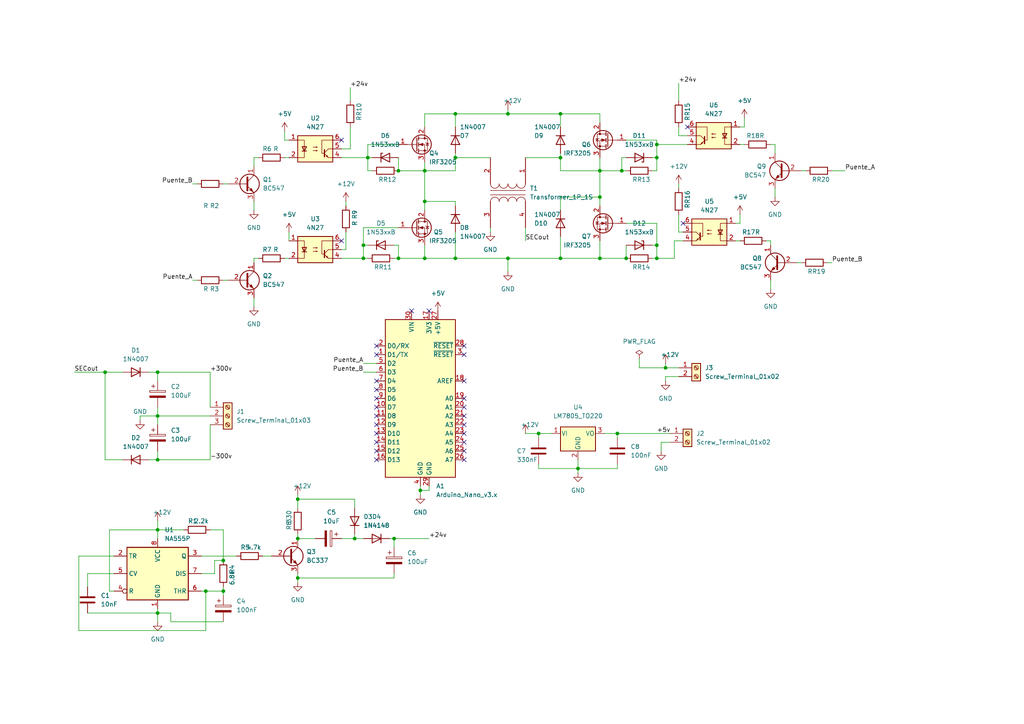
<source format=kicad_sch>
(kicad_sch (version 20211123) (generator eeschema)
  (paper "A4")
  (title_block (title "Puente_H_Fuente_AT") (date "2023-05-30") (rev "1") (company "FaCENA-UNNE") (comment 1 "Dispositivo para reelvamiento de umbrales de sensibilidad tactil.") (comment 2 "Tesis MIB: García Cabrera, Jeremías A."))
  (lib_symbols
    (symbol "Connector:Screw_Terminal_01x02" (pin_names (offset 1.016) hide)
      (property "Reference" "J" (at 0 2.54 0))
      (property "Value" "Screw_Terminal_01x02" (at 0 -5.08 0))
      (symbol "Screw_Terminal_01x02_1_1"
        (pin passive line (at -5.08 0 0) (length 3.81) (name "Pin_1") (number "1"))
        (pin passive line (at -5.08 -2.54 0) (length 3.81) (name "Pin_2") (number "2"))
      )
    )
    (symbol "Connector:Screw_Terminal_01x03" (pin_names (offset 1.016) hide)
      (property "Reference" "J" (at 0 5.08 0))
      (property "Value" "Screw_Terminal_01x03" (at 0 -5.08 0))
      (symbol "Screw_Terminal_01x03_1_1"
        (pin passive line (at -5.08 2.54 0) (length 3.81) (name "Pin_1") (number "1"))
        (pin passive line (at -5.08 0 0) (length 3.81) (name "Pin_2") (number "2"))
        (pin passive line (at -5.08 -2.54 0) (length 3.81) (name "Pin_3") (number "3"))
      )
    )
    (symbol "Device:C" (pin_numbers hide) (pin_names (offset 0.254))
      (property "Reference" "C" (at 0.635 2.54 0))
      (property "Value" "C" (at 0.635 -2.54 0))
      (symbol "C_1_1"
        (pin passive line (at 0 3.81 270) (length 2.794) (name "~") (number "1"))
        (pin passive line (at 0 -3.81 90) (length 2.794) (name "~") (number "2"))
      )
    )
    (symbol "Device:C_Polarized" (pin_numbers hide) (pin_names (offset 0.254))
      (property "Reference" "C" (at 0.635 2.54 0))
      (property "Value" "C_Polarized" (at 0.635 -2.54 0))
      (symbol "C_Polarized_1_1"
        (pin passive line (at 0 3.81 270) (length 2.794) (name "~") (number "1"))
        (pin passive line (at 0 -3.81 90) (length 2.794) (name "~") (number "2"))
      )
    )
    (symbol "Device:R" (pin_numbers hide) (pin_names (offset 0))
      (property "Reference" "R" (at 2.032 0 90))
      (property "Value" "R" (at 0 0 90))
      (symbol "R_1_1"
        (pin passive line (at 0 3.81 270) (length 1.27) (name "~") (number "1"))
        (pin passive line (at 0 -3.81 90) (length 1.27) (name "~") (number "2"))
      )
    )
    (symbol "Device:Transformer_1P_1S" (pin_names (offset 1.016) hide)
      (property "Reference" "T" (at 0 6.35 0))
      (property "Value" "Transformer_1P_1S" (at 0 -7.62 0))
      (symbol "Transformer_1P_1S_1_1"
        (pin passive line (at -10.16 5.08 0) (length 7.62) (name "AA") (number "1"))
        (pin passive line (at -10.16 -5.08 0) (length 7.62) (name "AB") (number "2"))
        (pin passive line (at 10.16 -5.08 180) (length 7.62) (name "SA") (number "3"))
        (pin passive line (at 10.16 5.08 180) (length 7.62) (name "SB") (number "4"))
      )
    )
    (symbol "Diode:1N4007" (pin_numbers hide) (pin_names (offset 1.016) hide)
      (property "Reference" "D" (at 0 2.54 0))
      (property "Value" "1N4007" (at 0 -2.54 0))
      (symbol "1N4007_1_1"
        (pin passive line (at -3.81 0 0) (length 2.54) (name "K") (number "1"))
        (pin passive line (at 3.81 0 180) (length 2.54) (name "A") (number "2"))
      )
    )
    (symbol "Diode:1N4148" (pin_numbers hide) (pin_names (offset 1.016) hide)
      (property "Reference" "D" (at 0 2.54 0))
      (property "Value" "1N4148" (at 0 -2.54 0))
      (symbol "1N4148_1_1"
        (pin passive line (at -3.81 0 0) (length 2.54) (name "K") (number "1"))
        (pin passive line (at 3.81 0 180) (length 2.54) (name "A") (number "2"))
      )
    )
    (symbol "Diode:1N53xxB" (pin_numbers hide) (pin_names hide)
      (property "Reference" "D" (at 0 2.54 0))
      (property "Value" "1N53xxB" (at 0 -2.54 0))
      (symbol "1N53xxB_1_1"
        (pin passive line (at -3.81 0 0) (length 2.54) (name "K") (number "1"))
        (pin passive line (at 3.81 0 180) (length 2.54) (name "A") (number "2"))
      )
    )
    (symbol "Isolator:4N27" (pin_names (offset 1.016))
      (property "Reference" "U" (at -5.08 5.08 0))
      (property "Value" "4N27" (at 0 5.08 0))
      (symbol "4N27_1_1"
        (pin passive line (at -7.62 2.54 0) (length 2.54) (name "~") (number "1"))
        (pin passive line (at -7.62 -2.54 0) (length 2.54) (name "~") (number "2"))
        (pin no_connect line (at -5.08 0 0) (length 2.54) hide (name "NC") (number "3"))
        (pin passive line (at 7.62 -2.54 180) (length 2.54) (name "~") (number "4"))
        (pin passive line (at 7.62 0 180) (length 2.54) (name "~") (number "5"))
        (pin passive line (at 7.62 2.54 180) (length 2.54) (name "~") (number "6"))
      )
    )
    (symbol "MCU_Module:Arduino_Nano_v3.x"
      (property "Reference" "A" (at -10.16 23.495 0))
      (property "Value" "Arduino_Nano_v3.x" (at 5.08 -24.13 0))
      (symbol "Arduino_Nano_v3.x_1_1"
        (pin bidirectional line (at -12.7 12.7 0) (length 2.54) (name "D1/TX") (number "1"))
        (pin bidirectional line (at -12.7 -2.54 0) (length 2.54) (name "D7") (number "10"))
        (pin bidirectional line (at -12.7 -5.08 0) (length 2.54) (name "D8") (number "11"))
        (pin bidirectional line (at -12.7 -7.62 0) (length 2.54) (name "D9") (number "12"))
        (pin bidirectional line (at -12.7 -10.16 0) (length 2.54) (name "D10") (number "13"))
        (pin bidirectional line (at -12.7 -12.7 0) (length 2.54) (name "D11") (number "14"))
        (pin bidirectional line (at -12.7 -15.24 0) (length 2.54) (name "D12") (number "15"))
        (pin bidirectional line (at -12.7 -17.78 0) (length 2.54) (name "D13") (number "16"))
        (pin power_out line (at 2.54 25.4 270) (length 2.54) (name "3V3") (number "17"))
        (pin input line (at 12.7 5.08 180) (length 2.54) (name "AREF") (number "18"))
        (pin bidirectional line (at 12.7 0 180) (length 2.54) (name "A0") (number "19"))
        (pin bidirectional line (at -12.7 15.24 0) (length 2.54) (name "D0/RX") (number "2"))
        (pin bidirectional line (at 12.7 -2.54 180) (length 2.54) (name "A1") (number "20"))
        (pin bidirectional line (at 12.7 -5.08 180) (length 2.54) (name "A2") (number "21"))
        (pin bidirectional line (at 12.7 -7.62 180) (length 2.54) (name "A3") (number "22"))
        (pin bidirectional line (at 12.7 -10.16 180) (length 2.54) (name "A4") (number "23"))
        (pin bidirectional line (at 12.7 -12.7 180) (length 2.54) (name "A5") (number "24"))
        (pin bidirectional line (at 12.7 -15.24 180) (length 2.54) (name "A6") (number "25"))
        (pin bidirectional line (at 12.7 -17.78 180) (length 2.54) (name "A7") (number "26"))
        (pin power_out line (at 5.08 25.4 270) (length 2.54) (name "+5V") (number "27"))
        (pin input line (at 12.7 15.24 180) (length 2.54) (name "~{RESET}") (number "28"))
        (pin power_in line (at 2.54 -25.4 90) (length 2.54) (name "GND") (number "29"))
        (pin input line (at 12.7 12.7 180) (length 2.54) (name "~{RESET}") (number "3"))
        (pin power_in line (at -2.54 25.4 270) (length 2.54) (name "VIN") (number "30"))
        (pin power_in line (at 0 -25.4 90) (length 2.54) (name "GND") (number "4"))
        (pin bidirectional line (at -12.7 10.16 0) (length 2.54) (name "D2") (number "5"))
        (pin bidirectional line (at -12.7 7.62 0) (length 2.54) (name "D3") (number "6"))
        (pin bidirectional line (at -12.7 5.08 0) (length 2.54) (name "D4") (number "7"))
        (pin bidirectional line (at -12.7 2.54 0) (length 2.54) (name "D5") (number "8"))
        (pin bidirectional line (at -12.7 0 0) (length 2.54) (name "D6") (number "9"))
      )
    )
    (symbol "Regulator_Linear:LM7805_TO220" (pin_names (offset 0.254))
      (property "Reference" "U" (at -3.81 3.175 0))
      (property "Value" "LM7805_TO220" (at 0 3.175 0))
      (symbol "LM7805_TO220_1_1"
        (pin power_in line (at -7.62 0 0) (length 2.54) (name "VI") (number "1"))
        (pin power_in line (at 0 -7.62 90) (length 2.54) (name "GND") (number "2"))
        (pin power_out line (at 7.62 0 180) (length 2.54) (name "VO") (number "3"))
      )
    )
    (symbol "Timer:NA555P"
      (property "Reference" "U" (at -10.16 8.89 0))
      (property "Value" "NA555P" (at 2.54 8.89 0))
      (symbol "NA555P_0_0"
        (pin power_in line (at 0 -10.16 90) (length 2.54) (name "GND") (number "1"))
        (pin power_in line (at 0 10.16 270) (length 2.54) (name "VCC") (number "8"))
      )
      (symbol "NA555P_1_1"
        (pin input line (at -12.7 5.08 0) (length 3.81) (name "TR") (number "2"))
        (pin output line (at 12.7 5.08 180) (length 3.81) (name "Q") (number "3"))
        (pin input inverted (at -12.7 -5.08 0) (length 3.81) (name "R") (number "4"))
        (pin input line (at -12.7 0 0) (length 3.81) (name "CV") (number "5"))
        (pin input line (at 12.7 -5.08 180) (length 3.81) (name "THR") (number "6"))
        (pin input line (at 12.7 0 180) (length 3.81) (name "DIS") (number "7"))
      )
    )
    (symbol "Transistor_BJT:BC337" (pin_names (offset 0) hide)
      (property "Reference" "Q" (at 5.08 1.905 0))
      (property "Value" "BC337" (at 5.08 0 0))
      (symbol "BC337_1_1"
        (pin passive line (at 2.54 5.08 270) (length 2.54) (name "C") (number "1"))
        (pin input line (at -5.08 0 0) (length 5.08) (name "B") (number "2"))
        (pin passive line (at 2.54 -5.08 90) (length 2.54) (name "E") (number "3"))
      )
    )
    (symbol "Transistor_BJT:BC547" (pin_names (offset 0) hide)
      (property "Reference" "Q" (at 5.08 1.905 0))
      (property "Value" "BC547" (at 5.08 0 0))
      (symbol "BC547_1_1"
        (pin passive line (at 2.54 5.08 270) (length 2.54) (name "C") (number "1"))
        (pin input line (at -5.08 0 0) (length 5.08) (name "B") (number "2"))
        (pin passive line (at 2.54 -5.08 90) (length 2.54) (name "E") (number "3"))
      )
    )
    (symbol "Transistor_FET:IRF3205" (pin_names hide)
      (property "Reference" "Q" (at 6.35 1.905 0))
      (property "Value" "IRF3205" (at 6.35 0 0))
      (symbol "IRF3205_1_1"
        (pin input line (at -5.08 0 0) (length 2.54) (name "G") (number "1"))
        (pin passive line (at 2.54 5.08 270) (length 2.54) (name "D") (number "2"))
        (pin passive line (at 2.54 -5.08 90) (length 2.54) (name "S") (number "3"))
      )
    )
    (symbol "power:+12V" (power) (pin_names (offset 0))
      (property "Value" "+12V" (at 0 3.556 0))
      (symbol "+12V_1_1"
        (pin power_in line (at 0 0 90) (length 0) hide (name "+12V") (number "1"))
      )
    )
    (symbol "power:+5V" (power) (pin_names (offset 0))
      (property "Value" "+5V" (at 0 3.556 0))
      (symbol "+5V_1_1"
        (pin power_in line (at 0 0 90) (length 0) hide (name "+5V") (number "1"))
      )
    )
    (symbol "power:GND" (power) (pin_names (offset 0))
      (property "Value" "GND" (at 0 -3.81 0))
      (symbol "GND_1_1"
        (pin power_in line (at 0 0 270) (length 0) hide (name "GND") (number "1"))
      )
    )
    (symbol "power:PWR_FLAG" (power) (pin_numbers hide) (pin_names (offset 0) hide)
      (property "Value" "PWR_FLAG" (at 0 3.81 0))
      (symbol "PWR_FLAG_0_0"
        (pin power_out line (at 0 0 90) (length 0) (name "pwr") (number "1"))
      )
    )
  )
  (junction (at 115.57 74.93))
  (junction (at 105.41 74.93))
  (junction (at 190.5 74.93))
  (junction (at 45.72 177.8))
  (junction (at 45.72 107.95))
  (junction (at 45.72 153.67))
  (junction (at 123.19 49.53))
  (junction (at 102.87 156.21))
  (junction (at 190.5 45.72))
  (junction (at 132.08 74.93))
  (junction (at 162.56 45.72))
  (junction (at 173.99 49.53))
  (junction (at 59.69 171.45))
  (junction (at 123.19 74.93))
  (junction (at 179.07 125.73))
  (junction (at 162.56 33.02))
  (junction (at 86.36 167.64))
  (junction (at 106.68 45.72))
  (junction (at 132.08 45.72))
  (junction (at 64.77 162.56))
  (junction (at 105.41 71.12))
  (junction (at 115.57 49.53))
  (junction (at 45.72 120.65))
  (junction (at 86.36 144.78))
  (junction (at 45.72 133.35))
  (junction (at 190.5 71.12))
  (junction (at 173.99 57.15))
  (junction (at 156.21 125.73))
  (junction (at 123.19 58.42))
  (junction (at 173.99 74.93))
  (junction (at 132.08 33.02))
  (junction (at 147.32 74.93))
  (junction (at 193.04 106.68))
  (junction (at 147.32 33.02))
  (junction (at 114.3 156.21))
  (junction (at 30.48 107.95))
  (junction (at 162.56 74.93))
  (junction (at 180.34 49.53))
  (junction (at 121.92 142.24))
  (junction (at 167.64 135.89))
  (junction (at 190.5 41.91))
  (junction (at 86.36 156.21))
  (junction (at 64.77 171.45))
  (junction (at 181.61 74.93))
  (no_connect (at 199.39 36.83))
  (no_connect (at 198.12 64.77))
  (no_connect (at 99.06 69.85))
  (no_connect (at 99.06 40.64))
  (no_connect (at 134.62 125.73))
  (no_connect (at 134.62 120.65))
  (no_connect (at 134.62 123.19))
  (no_connect (at 134.62 118.11))
  (no_connect (at 134.62 102.87))
  (no_connect (at 119.38 90.17))
  (no_connect (at 124.46 90.17))
  (no_connect (at 134.62 100.33))
  (no_connect (at 134.62 115.57))
  (no_connect (at 134.62 110.49))
  (no_connect (at 134.62 130.81))
  (no_connect (at 134.62 133.35))
  (no_connect (at 134.62 128.27))
  (no_connect (at 109.22 125.73))
  (no_connect (at 109.22 120.65))
  (no_connect (at 109.22 130.81))
  (no_connect (at 109.22 102.87))
  (no_connect (at 109.22 115.57))
  (no_connect (at 109.22 113.03))
  (no_connect (at 109.22 100.33))
  (no_connect (at 109.22 110.49))
  (no_connect (at 109.22 133.35))
  (no_connect (at 109.22 118.11))
  (no_connect (at 109.22 128.27))
  (no_connect (at 109.22 123.19))
  (wire (pts (xy 147.32 74.93) (xy 162.56 74.93)))
  (wire (pts (xy 86.36 143.51) (xy 86.36 144.78)))
  (wire (pts (xy 195.58 74.93) (xy 190.5 74.93)))
  (wire (pts (xy 45.72 130.81) (xy 45.72 133.35)))
  (wire (pts (xy 185.42 104.14) (xy 185.42 106.68)))
  (wire (pts (xy 105.41 74.93) (xy 105.41 71.12)))
  (wire (pts (xy 101.6 43.18) (xy 101.6 36.83)))
  (wire (pts (xy 232.41 49.53) (xy 233.68 49.53)))
  (wire (pts (xy 121.92 140.97) (xy 121.92 142.24)))
  (wire (pts (xy 45.72 177.8) (xy 45.72 176.53)))
  (wire (pts (xy 115.57 74.93) (xy 123.19 74.93)))
  (wire (pts (xy 22.86 161.29) (xy 22.86 182.88)))
  (wire (pts (xy 53.34 153.67) (xy 45.72 153.67)))
  (wire (pts (xy 193.04 106.68) (xy 196.85 106.68)))
  (wire (pts (xy 123.19 49.53) (xy 123.19 46.99)))
  (wire (pts (xy 193.04 105.41) (xy 193.04 106.68)))
  (wire (pts (xy 123.19 33.02) (xy 132.08 33.02)))
  (wire (pts (xy 195.58 69.85) (xy 195.58 74.93)))
  (wire (pts (xy 173.99 49.53) (xy 180.34 49.53)))
  (wire (pts (xy 231.14 76.2) (xy 232.41 76.2)))
  (wire (pts (xy 73.66 76.2) (xy 73.66 74.93)))
  (wire (pts (xy 106.68 45.72) (xy 106.68 49.53)))
  (wire (pts (xy 62.23 162.56) (xy 64.77 162.56)))
  (wire (pts (xy 132.08 33.02) (xy 132.08 36.83)))
  (wire (pts (xy 43.18 107.95) (xy 45.72 107.95)))
  (wire (pts (xy 82.55 40.64) (xy 83.82 40.64)))
  (wire (pts (xy 214.63 64.77) (xy 213.36 64.77)))
  (wire (pts (xy 31.75 153.67) (xy 31.75 171.45)))
  (wire (pts (xy 193.04 110.49) (xy 193.04 109.22)))
  (wire (pts (xy 58.42 161.29) (xy 68.58 161.29)))
  (wire (pts (xy 123.19 60.96) (xy 123.19 58.42)))
  (wire (pts (xy 190.5 41.91) (xy 190.5 45.72)))
  (wire (pts (xy 123.19 49.53) (xy 123.19 58.42)))
  (wire (pts (xy 64.77 81.28) (xy 66.04 81.28)))
  (wire (pts (xy 31.75 153.67) (xy 45.72 153.67)))
  (wire (pts (xy 214.63 62.23) (xy 214.63 64.77)))
  (wire (pts (xy 40.64 120.65) (xy 45.72 120.65)))
  (wire (pts (xy 132.08 49.53) (xy 123.19 49.53)))
  (wire (pts (xy 162.56 36.83) (xy 162.56 33.02)))
  (wire (pts (xy 180.34 45.72) (xy 181.61 45.72)))
  (wire (pts (xy 167.64 133.35) (xy 167.64 135.89)))
  (wire (pts (xy 156.21 125.73) (xy 160.02 125.73)))
  (wire (pts (xy 99.06 72.39) (xy 100.33 72.39)))
  (wire (pts (xy 173.99 74.93) (xy 181.61 74.93)))
  (wire (pts (xy 102.87 156.21) (xy 99.06 156.21)))
  (wire (pts (xy 162.56 49.53) (xy 173.99 49.53)))
  (wire (pts (xy 193.04 109.22) (xy 196.85 109.22)))
  (wire (pts (xy 124.46 142.24) (xy 121.92 142.24)))
  (wire (pts (xy 132.08 58.42) (xy 132.08 59.69)))
  (wire (pts (xy 179.07 134.62) (xy 179.07 135.89)))
  (wire (pts (xy 107.95 45.72) (xy 106.68 45.72)))
  (wire (pts (xy 76.2 161.29) (xy 78.74 161.29)))
  (wire (pts (xy 102.87 147.32) (xy 102.87 144.78)))
  (wire (pts (xy 190.5 45.72) (xy 190.5 49.53)))
  (wire (pts (xy 199.39 41.91) (xy 190.5 41.91)))
  (wire (pts (xy 105.41 66.04) (xy 105.41 71.12)))
  (wire (pts (xy 132.08 45.72) (xy 132.08 49.53)))
  (wire (pts (xy 83.82 67.31) (xy 83.82 69.85)))
  (wire (pts (xy 162.56 44.45) (xy 162.56 45.72)))
  (wire (pts (xy 190.5 40.64) (xy 190.5 41.91)))
  (wire (pts (xy 45.72 133.35) (xy 43.18 133.35)))
  (wire (pts (xy 224.79 54.61) (xy 224.79 57.15)))
  (wire (pts (xy 142.24 66.04) (xy 142.24 67.31)))
  (wire (pts (xy 102.87 154.94) (xy 102.87 156.21)))
  (wire (pts (xy 162.56 45.72) (xy 162.56 49.53)))
  (wire (pts (xy 181.61 71.12) (xy 181.61 74.93)))
  (wire (pts (xy 214.63 41.91) (xy 215.9 41.91)))
  (wire (pts (xy 33.02 161.29) (xy 22.86 161.29)))
  (wire (pts (xy 156.21 135.89) (xy 167.64 135.89)))
  (wire (pts (xy 190.5 49.53) (xy 189.23 49.53)))
  (wire (pts (xy 45.72 107.95) (xy 45.72 110.49)))
  (wire (pts (xy 106.68 41.91) (xy 106.68 45.72)))
  (wire (pts (xy 115.57 71.12) (xy 115.57 74.93)))
  (wire (pts (xy 196.85 36.83) (xy 196.85 39.37)))
  (wire (pts (xy 224.79 41.91) (xy 224.79 44.45)))
  (wire (pts (xy 101.6 25.4) (xy 101.6 29.21)))
  (wire (pts (xy 30.48 133.35) (xy 30.48 107.95)))
  (wire (pts (xy 215.9 34.29) (xy 215.9 36.83)))
  (wire (pts (xy 132.08 67.31) (xy 132.08 74.93)))
  (wire (pts (xy 189.23 45.72) (xy 190.5 45.72)))
  (wire (pts (xy 190.5 71.12) (xy 190.5 74.93)))
  (wire (pts (xy 162.56 33.02) (xy 173.99 33.02)))
  (wire (pts (xy 180.34 49.53) (xy 181.61 49.53)))
  (wire (pts (xy 59.69 182.88) (xy 59.69 171.45)))
  (wire (pts (xy 31.75 171.45) (xy 33.02 171.45)))
  (wire (pts (xy 64.77 170.18) (xy 64.77 171.45)))
  (wire (pts (xy 181.61 64.77) (xy 190.5 64.77)))
  (wire (pts (xy 162.56 68.58) (xy 162.56 74.93)))
  (wire (pts (xy 173.99 69.85) (xy 173.99 74.93)))
  (wire (pts (xy 82.55 45.72) (xy 83.82 45.72)))
  (wire (pts (xy 132.08 74.93) (xy 147.32 74.93)))
  (wire (pts (xy 106.68 74.93) (xy 105.41 74.93)))
  (wire (pts (xy 82.55 74.93) (xy 83.82 74.93)))
  (wire (pts (xy 115.57 49.53) (xy 123.19 49.53)))
  (wire (pts (xy 173.99 49.53) (xy 173.99 57.15)))
  (wire (pts (xy 59.69 171.45) (xy 64.77 171.45)))
  (wire (pts (xy 105.41 71.12) (xy 106.68 71.12)))
  (wire (pts (xy 196.85 53.34) (xy 196.85 54.61)))
  (wire (pts (xy 114.3 156.21) (xy 124.46 156.21)))
  (wire (pts (xy 86.36 166.37) (xy 86.36 167.64)))
  (wire (pts (xy 215.9 36.83) (xy 214.63 36.83)))
  (wire (pts (xy 102.87 156.21) (xy 105.41 156.21)))
  (wire (pts (xy 114.3 166.37) (xy 114.3 167.64)))
  (wire (pts (xy 45.72 133.35) (xy 60.96 133.35)))
  (wire (pts (xy 121.92 142.24) (xy 121.92 143.51)))
  (wire (pts (xy 40.64 121.92) (xy 40.64 120.65)))
  (wire (pts (xy 64.77 53.34) (xy 66.04 53.34)))
  (wire (pts (xy 21.59 107.95) (xy 30.48 107.95)))
  (wire (pts (xy 100.33 58.42) (xy 100.33 59.69)))
  (wire (pts (xy 73.66 58.42) (xy 73.66 60.96)))
  (wire (pts (xy 113.03 156.21) (xy 114.3 156.21)))
  (wire (pts (xy 147.32 33.02) (xy 162.56 33.02)))
  (wire (pts (xy 189.23 74.93) (xy 190.5 74.93)))
  (wire (pts (xy 156.21 134.62) (xy 156.21 135.89)))
  (wire (pts (xy 86.36 167.64) (xy 86.36 168.91)))
  (wire (pts (xy 152.4 45.72) (xy 162.56 45.72)))
  (wire (pts (xy 124.46 140.97) (xy 124.46 142.24)))
  (wire (pts (xy 73.66 74.93) (xy 74.93 74.93)))
  (wire (pts (xy 152.4 69.85) (xy 152.4 66.04)))
  (wire (pts (xy 191.77 130.81) (xy 191.77 128.27)))
  (wire (pts (xy 45.72 151.13) (xy 45.72 153.67)))
  (wire (pts (xy 99.06 74.93) (xy 105.41 74.93)))
  (wire (pts (xy 132.08 33.02) (xy 147.32 33.02)))
  (wire (pts (xy 181.61 40.64) (xy 190.5 40.64)))
  (wire (pts (xy 106.68 49.53) (xy 107.95 49.53)))
  (wire (pts (xy 245.11 49.53) (xy 241.3 49.53)))
  (wire (pts (xy 132.08 45.72) (xy 142.24 45.72)))
  (wire (pts (xy 60.96 123.19) (xy 60.96 133.35)))
  (wire (pts (xy 179.07 125.73) (xy 194.31 125.73)))
  (wire (pts (xy 45.72 153.67) (xy 45.72 156.21)))
  (wire (pts (xy 222.25 69.85) (xy 223.52 69.85)))
  (wire (pts (xy 156.21 125.73) (xy 156.21 127)))
  (wire (pts (xy 22.86 182.88) (xy 59.69 182.88)))
  (wire (pts (xy 45.72 120.65) (xy 45.72 123.19)))
  (wire (pts (xy 196.85 24.13) (xy 196.85 29.21)))
  (wire (pts (xy 45.72 118.11) (xy 45.72 120.65)))
  (wire (pts (xy 86.36 156.21) (xy 91.44 156.21)))
  (wire (pts (xy 73.66 45.72) (xy 74.93 45.72)))
  (wire (pts (xy 45.72 180.34) (xy 45.72 177.8)))
  (wire (pts (xy 185.42 106.68) (xy 193.04 106.68)))
  (wire (pts (xy 198.12 69.85) (xy 195.58 69.85)))
  (wire (pts (xy 179.07 125.73) (xy 175.26 125.73)))
  (wire (pts (xy 115.57 41.91) (xy 106.68 41.91)))
  (wire (pts (xy 64.77 153.67) (xy 60.96 153.67)))
  (wire (pts (xy 99.06 45.72) (xy 106.68 45.72)))
  (wire (pts (xy 173.99 33.02) (xy 173.99 35.56)))
  (wire (pts (xy 62.23 166.37) (xy 62.23 162.56)))
  (wire (pts (xy 73.66 86.36) (xy 73.66 88.9)))
  (wire (pts (xy 25.4 166.37) (xy 33.02 166.37)))
  (wire (pts (xy 73.66 48.26) (xy 73.66 45.72)))
  (wire (pts (xy 179.07 125.73) (xy 179.07 127)))
  (wire (pts (xy 196.85 39.37) (xy 199.39 39.37)))
  (wire (pts (xy 49.53 180.34) (xy 49.53 177.8)))
  (wire (pts (xy 115.57 66.04) (xy 105.41 66.04)))
  (wire (pts (xy 102.87 144.78) (xy 86.36 144.78)))
  (wire (pts (xy 105.41 107.95) (xy 109.22 107.95)))
  (wire (pts (xy 147.32 78.74) (xy 147.32 74.93)))
  (wire (pts (xy 25.4 177.8) (xy 45.72 177.8)))
  (wire (pts (xy 55.88 53.34) (xy 57.15 53.34)))
  (wire (pts (xy 167.64 135.89) (xy 167.64 137.16)))
  (wire (pts (xy 147.32 31.75) (xy 147.32 33.02)))
  (wire (pts (xy 123.19 36.83) (xy 123.19 33.02)))
  (wire (pts (xy 105.41 105.41) (xy 109.22 105.41)))
  (wire (pts (xy 86.36 154.94) (xy 86.36 156.21)))
  (wire (pts (xy 58.42 171.45) (xy 59.69 171.45)))
  (wire (pts (xy 191.77 128.27) (xy 194.31 128.27)))
  (wire (pts (xy 180.34 45.72) (xy 180.34 49.53)))
  (wire (pts (xy 115.57 45.72) (xy 115.57 49.53)))
  (wire (pts (xy 100.33 72.39) (xy 100.33 67.31)))
  (wire (pts (xy 58.42 166.37) (xy 62.23 166.37)))
  (wire (pts (xy 123.19 71.12) (xy 123.19 74.93)))
  (wire (pts (xy 213.36 69.85) (xy 214.63 69.85)))
  (wire (pts (xy 196.85 62.23) (xy 196.85 67.31)))
  (wire (pts (xy 190.5 64.77) (xy 190.5 71.12)))
  (wire (pts (xy 60.96 107.95) (xy 45.72 107.95)))
  (wire (pts (xy 198.12 67.31) (xy 196.85 67.31)))
  (wire (pts (xy 60.96 118.11) (xy 60.96 107.95)))
  (wire (pts (xy 162.56 57.15) (xy 173.99 57.15)))
  (wire (pts (xy 114.3 71.12) (xy 115.57 71.12)))
  (wire (pts (xy 86.36 144.78) (xy 86.36 147.32)))
  (wire (pts (xy 223.52 69.85) (xy 223.52 71.12)))
  (wire (pts (xy 173.99 57.15) (xy 173.99 59.69)))
  (wire (pts (xy 189.23 71.12) (xy 190.5 71.12)))
  (wire (pts (xy 152.4 125.73) (xy 156.21 125.73)))
  (wire (pts (xy 49.53 177.8) (xy 45.72 177.8)))
  (wire (pts (xy 64.77 162.56) (xy 64.77 153.67)))
  (wire (pts (xy 123.19 58.42) (xy 132.08 58.42)))
  (wire (pts (xy 114.3 156.21) (xy 114.3 158.75)))
  (wire (pts (xy 64.77 172.72) (xy 64.77 171.45)))
  (wire (pts (xy 86.36 167.64) (xy 114.3 167.64)))
  (wire (pts (xy 240.03 76.2) (xy 241.3 76.2)))
  (wire (pts (xy 82.55 38.1) (xy 82.55 40.64)))
  (wire (pts (xy 35.56 133.35) (xy 30.48 133.35)))
  (wire (pts (xy 132.08 44.45) (xy 132.08 45.72)))
  (wire (pts (xy 55.88 81.28) (xy 57.15 81.28)))
  (wire (pts (xy 30.48 107.95) (xy 35.56 107.95)))
  (wire (pts (xy 173.99 45.72) (xy 173.99 49.53)))
  (wire (pts (xy 114.3 74.93) (xy 115.57 74.93)))
  (wire (pts (xy 223.52 41.91) (xy 224.79 41.91)))
  (wire (pts (xy 123.19 74.93) (xy 132.08 74.93)))
  (wire (pts (xy 64.77 180.34) (xy 49.53 180.34)))
  (wire (pts (xy 162.56 60.96) (xy 162.56 57.15)))
  (wire (pts (xy 25.4 170.18) (xy 25.4 166.37)))
  (wire (pts (xy 223.52 81.28) (xy 223.52 83.82)))
  (wire (pts (xy 167.64 135.89) (xy 179.07 135.89)))
  (wire (pts (xy 99.06 43.18) (xy 101.6 43.18)))
  (wire (pts (xy 162.56 74.93) (xy 173.99 74.93)))
  (wire (pts (xy 45.72 120.65) (xy 60.96 120.65)))
  (label "-300v" (at 60.96 133.35 0))
  (label "SECout" (at 152.4 69.85 0))
  (label "+5v" (at 190.5 125.73 0))
  (label "Puente_A" (at 105.41 105.41 180))
  (label "Puente_B" (at 55.88 53.34 180))
  (label "+300v" (at 60.96 107.95 0))
  (label "Puente_A" (at 245.11 49.53 0))
  (label "Puente_B" (at 241.3 76.2 0))
  (label "+24v" (at 101.6 25.4 0))
  (label "Puente_B" (at 105.41 107.95 180))
  (label "+24v" (at 124.46 156.21 0))
  (label "SECout" (at 21.59 107.95 0))
  (label "+24v" (at 196.85 24.13 0))
  (label "Puente_A" (at 55.88 81.28 180))
  (symbol (lib_id "power:GND") (at 86.36 168.91 0) (unit 1)
    (property "Reference" "#PWR07" (effects hide))
    (property "Value" "GND" (at 86.36 173.99 0))
  )
  (symbol (lib_id "power:+12V") (at 152.4 125.73 0) (unit 1)
    (property "Reference" "#PWR013" (effects hide))
    (property "Value" "+12V" (at 153.67 123.19 0))
  )
  (symbol (lib_id "power:+12V") (at 147.32 31.75 0) (unit 1)
    (property "Reference" "#PWR011" (effects hide))
    (property "Value" "+12V" (at 148.59 29.21 0))
  )
  (symbol (lib_id "Diode:1N53xxB") (at 185.42 71.12 0) (mirror y) (unit 1)
    (property "Reference" "D12" (at 185.42 64.77 0))
    (property "Value" "1N53xxB" (at 185.42 67.31 0))
    (property "Footprint" "Diode_THT:D_DO-35_SOD27_P7.62mm_Horizontal" (effects hide))
    (property "Datasheet" "https://diotec.com/tl_files/diotec/files/pdf/datasheets/1n5345b.pdf" (effects hide))
  )
  (symbol (lib_id "power:GND") (at 147.32 78.74 0) (unit 1)
    (property "Reference" "#PWR012" (effects hide))
    (property "Value" "GND" (at 147.32 83.82 0))
  )
  (symbol (lib_id "power:GND") (at 193.04 110.49 0) (unit 1)
    (property "Reference" "#PWR017" (effects hide))
    (property "Value" "GND" (at 193.04 115.57 0))
  )
  (symbol (lib_id "Diode:1N4007") (at 39.37 107.95 180) (unit 1)
    (property "Reference" "D1" (at 39.37 101.6 0))
    (property "Value" "1N4007" (at 39.37 104.14 0))
    (property "Footprint" "Diode_THT:D_DO-41_SOD81_P10.16mm_Horizontal" (effects hide))
    (property "Datasheet" "http://www.vishay.com/docs/88503/1n4001.pdf" (effects hide))
  )
  (symbol (lib_id "Connector:Screw_Terminal_01x02") (at 201.93 106.68 0) (unit 1)
    (property "Reference" "J3" (at 204.47 106.6799 0) (effects (justify left)))
    (property "Value" "Screw_Terminal_01x02" (at 204.47 109.2199 0) (effects (justify left)))
    (property "Footprint" "TerminalBlock_4Ucon:TerminalBlock_4Ucon_1x02_P3.50mm_Vertical" (effects hide))
  )
  (symbol (lib_id "Device:R") (at 110.49 74.93 90) (unit 1)
    (property "Reference" "R11" (at 111.76 77.47 90))
    (property "Value" "R" (at 109.22 77.47 90))
    (property "Footprint" "Resistor_THT:R_Axial_DIN0207_L6.3mm_D2.5mm_P7.62mm_Horizontal" (effects hide))
  )
  (symbol (lib_id "Transistor_BJT:BC547") (at 71.12 81.28 0) (unit 1)
    (property "Reference" "Q2" (at 76.2 80.0099 0) (effects (justify left)))
    (property "Value" "BC547" (at 76.2 82.5499 0) (effects (justify left)))
    (property "Footprint" "Package_TO_SOT_THT:TO-92_Inline" (effects hide))
    (property "Datasheet" "https://www.onsemi.com/pub/Collateral/BC550-D.pdf" (effects hide))
  )
  (symbol (lib_id "Device:C") (at 156.21 130.81 0) (unit 1)
    (property "Reference" "C7" (at 149.86 130.81 0) (effects (justify left)))
    (property "Value" "330nF" (at 149.86 133.35 0) (effects (justify left)))
    (property "Footprint" "Capacitor_THT:C_Disc_D5.0mm_W2.5mm_P2.50mm" (effects hide))
  )
  (symbol (lib_id "Diode:1N4007") (at 162.56 40.64 270) (unit 1)
    (property "Reference" "D9" (at 154.94 39.37 90) (effects (justify left)))
    (property "Value" "1N4007" (at 154.94 36.83 90) (effects (justify left)))
    (property "Footprint" "Diode_THT:D_DO-41_SOD81_P10.16mm_Horizontal" (effects hide))
    (property "Datasheet" "http://www.vishay.com/docs/88503/1n4001.pdf" (effects hide))
  )
  (symbol (lib_id "Device:R") (at 60.96 81.28 90) (unit 1)
    (property "Reference" "R3" (at 62.23 83.82 90))
    (property "Value" "R" (at 59.69 83.82 90))
    (property "Footprint" "Resistor_THT:R_Axial_DIN0207_L6.3mm_D2.5mm_P7.62mm_Horizontal" (effects hide))
  )
  (symbol (lib_id "power:+5V") (at 214.63 62.23 0) (unit 1)
    (property "Reference" "#PWR0103" (effects hide))
    (property "Value" "+5V" (at 214.63 57.15 0))
  )
  (symbol (lib_id "Device:C_Polarized") (at 114.3 162.56 0) (unit 1)
    (property "Reference" "C6" (at 118.11 160.4009 0) (effects (justify left)))
    (property "Value" "100uF" (at 118.11 162.9409 0) (effects (justify left)))
    (property "Footprint" "Capacitor_THT:CP_Radial_D6.3mm_P2.50mm" (effects hide))
  )
  (symbol (lib_id "Device:R") (at 64.77 166.37 180) (unit 1)
    (property "Reference" "R4" (at 67.31 165.1 90))
    (property "Value" "6.8k" (at 67.31 167.64 90))
    (property "Footprint" "Resistor_THT:R_Axial_DIN0207_L6.3mm_D2.5mm_P7.62mm_Horizontal" (effects hide))
  )
  (symbol (lib_id "Connector:Screw_Terminal_01x03") (at 66.04 120.65 0) (unit 1)
    (property "Reference" "J1" (at 68.58 119.3799 0) (effects (justify left)))
    (property "Value" "Screw_Terminal_01x03" (at 68.58 121.9199 0) (effects (justify left)))
    (property "Footprint" "TerminalBlock_4Ucon:TerminalBlock_4Ucon_1x03_P3.50mm_Horizontal" (effects hide))
  )
  (symbol (lib_id "Device:R") (at 111.76 49.53 90) (unit 1)
    (property "Reference" "R12" (at 113.03 52.07 90))
    (property "Value" "R" (at 110.49 52.07 90))
    (property "Footprint" "Resistor_THT:R_Axial_DIN0207_L6.3mm_D2.5mm_P7.62mm_Horizontal" (effects hide))
  )
  (symbol (lib_id "power:+12V") (at 196.85 53.34 0) (unit 1)
    (property "Reference" "#PWR018" (effects hide))
    (property "Value" "+12V" (at 196.85 48.26 0))
  )
  (symbol (lib_id "Device:C_Polarized") (at 64.77 176.53 0) (unit 1)
    (property "Reference" "C4" (at 68.58 174.3709 0) (effects (justify left)))
    (property "Value" "100nF" (at 68.58 176.9109 0) (effects (justify left)))
    (property "Footprint" "Capacitor_THT:C_Disc_D5.0mm_W2.5mm_P2.50mm" (effects hide))
  )
  (symbol (lib_id "power:+5V") (at 215.9 34.29 0) (unit 1)
    (property "Reference" "#PWR0104" (effects hide))
    (property "Value" "+5V" (at 215.9 29.21 0))
  )
  (symbol (lib_id "power:+12V") (at 45.72 151.13 0) (unit 1)
    (property "Reference" "#PWR02" (effects hide))
    (property "Value" "+12V" (at 46.99 148.59 0))
  )
  (symbol (lib_id "power:GND") (at 73.66 88.9 0) (unit 1)
    (property "Reference" "#PWR05" (effects hide))
    (property "Value" "GND" (at 73.66 93.98 0))
  )
  (symbol (lib_id "Device:R") (at 218.44 69.85 270) (unit 1)
    (property "Reference" "R17" (at 217.17 67.31 90))
    (property "Value" "R" (at 219.71 67.31 90))
    (property "Footprint" "Resistor_THT:R_Axial_DIN0207_L6.3mm_D2.5mm_P7.62mm_Horizontal" (effects hide))
  )
  (symbol (lib_id "Device:R") (at 72.39 161.29 270) (unit 1)
    (property "Reference" "R5" (at 71.12 158.75 90))
    (property "Value" "4.7k" (at 73.66 158.75 90))
    (property "Footprint" "Resistor_THT:R_Axial_DIN0207_L6.3mm_D2.5mm_P7.62mm_Horizontal" (effects hide))
  )
  (symbol (lib_id "Device:R") (at 86.36 151.13 0) (unit 1)
    (property "Reference" "R8" (at 83.82 152.4 90))
    (property "Value" "330" (at 83.82 149.86 90))
    (property "Footprint" "Resistor_THT:R_Axial_DIN0207_L6.3mm_D2.5mm_P7.62mm_Horizontal" (effects hide))
  )
  (symbol (lib_id "Transistor_BJT:BC547") (at 227.33 49.53 0) (mirror y) (unit 1)
    (property "Reference" "Q9" (at 222.25 48.2599 0) (effects (justify left)))
    (property "Value" "BC547" (at 222.25 50.7999 0) (effects (justify left)))
    (property "Footprint" "Package_TO_SOT_THT:TO-92_Inline" (effects hide))
    (property "Datasheet" "https://www.onsemi.com/pub/Collateral/BC550-D.pdf" (effects hide))
  )
  (symbol (lib_id "Connector:Screw_Terminal_01x02") (at 199.39 125.73 0) (unit 1)
    (property "Reference" "J2" (at 201.93 125.7299 0) (effects (justify left)))
    (property "Value" "Screw_Terminal_01x02" (at 201.93 128.2699 0) (effects (justify left)))
    (property "Footprint" "TerminalBlock_4Ucon:TerminalBlock_4Ucon_1x02_P3.50mm_Vertical" (effects hide))
  )
  (symbol (lib_id "Regulator_Linear:LM7805_TO220") (at 167.64 125.73 0) (unit 1)
    (property "Reference" "U4" (at 167.64 118.11 0))
    (property "Value" "LM7805_TO220" (at 167.64 120.65 0))
    (property "Footprint" "Package_TO_SOT_THT:TO-220-3_Vertical" (effects hide))
    (property "Datasheet" "https://www.onsemi.cn/PowerSolutions/document/MC7800-D.PDF" (effects hide))
  )
  (symbol (lib_id "Diode:1N4007") (at 39.37 133.35 0) (unit 1)
    (property "Reference" "D2" (at 39.37 127 0))
    (property "Value" "1N4007" (at 39.37 129.54 0))
    (property "Footprint" "Diode_THT:D_DO-41_SOD81_P10.16mm_Horizontal" (effects hide))
    (property "Datasheet" "http://www.vishay.com/docs/88503/1n4001.pdf" (effects hide))
  )
  (symbol (lib_id "power:GND") (at 167.64 137.16 0) (unit 1)
    (property "Reference" "#PWR0101" (effects hide))
    (property "Value" "GND" (at 167.64 142.24 0))
  )
  (symbol (lib_id "power:GND") (at 73.66 60.96 0) (unit 1)
    (property "Reference" "#PWR04" (effects hide))
    (property "Value" "GND" (at 73.66 66.04 0))
  )
  (symbol (lib_id "power:GND") (at 191.77 130.81 0) (unit 1)
    (property "Reference" "#PWR015" (effects hide))
    (property "Value" "GND" (at 191.77 135.89 0))
  )
  (symbol (lib_id "Device:R") (at 219.71 41.91 270) (unit 1)
    (property "Reference" "R18" (at 218.44 39.37 90))
    (property "Value" "R" (at 220.98 39.37 90))
    (property "Footprint" "Resistor_THT:R_Axial_DIN0207_L6.3mm_D2.5mm_P7.62mm_Horizontal" (effects hide))
  )
  (symbol (lib_id "Diode:1N53xxB") (at 111.76 45.72 0) (unit 1)
    (property "Reference" "D6" (at 111.76 39.37 0))
    (property "Value" "1N53xxB" (at 111.76 41.91 0))
    (property "Footprint" "Diode_THT:D_DO-35_SOD27_P7.62mm_Horizontal" (effects hide))
    (property "Datasheet" "https://diotec.com/tl_files/diotec/files/pdf/datasheets/1n5345b.pdf" (effects hide))
  )
  (symbol (lib_id "power:GND") (at 121.92 143.51 0) (unit 1)
    (property "Reference" "#PWR09" (effects hide))
    (property "Value" "GND" (at 121.92 148.59 0))
  )
  (symbol (lib_id "Device:R") (at 100.33 63.5 180) (unit 1)
    (property "Reference" "R9" (at 102.87 62.23 90))
    (property "Value" "R" (at 102.87 64.77 90))
    (property "Footprint" "Resistor_THT:R_Axial_DIN0207_L6.3mm_D2.5mm_P7.62mm_Horizontal" (effects hide))
  )
  (symbol (lib_id "Diode:1N4148") (at 109.22 156.21 180) (unit 1)
    (property "Reference" "D4" (at 109.22 149.86 0))
    (property "Value" "1N4148" (at 109.22 152.4 0))
    (property "Footprint" "Diode_THT:D_DO-35_SOD27_P7.62mm_Horizontal" (effects hide))
    (property "Datasheet" "https://assets.nexperia.com/documents/data-sheet/1N4148_1N4448.pdf" (effects hide))
  )
  (symbol (lib_id "power:GND") (at 142.24 67.31 0) (unit 1)
    (property "Reference" "#PWR010" (effects hide))
    (property "Value" "GND" (at 142.24 72.39 0))
  )
  (symbol (lib_id "Device:C") (at 179.07 130.81 0) (unit 1)
    (property "Reference" "C8" (at 182.88 129.5399 0) (effects (justify left)))
    (property "Value" "100nF" (at 182.88 132.0799 0) (effects (justify left)))
    (property "Footprint" "Capacitor_THT:C_Disc_D5.0mm_W2.5mm_P2.50mm" (effects hide))
  )
  (symbol (lib_id "Transistor_BJT:BC547") (at 226.06 76.2 0) (mirror y) (unit 1)
    (property "Reference" "Q8" (at 220.98 74.9299 0) (effects (justify left)))
    (property "Value" "BC547" (at 220.98 77.4699 0) (effects (justify left)))
    (property "Footprint" "Package_TO_SOT_THT:TO-92_Inline" (effects hide))
    (property "Datasheet" "https://www.onsemi.com/pub/Collateral/BC550-D.pdf" (effects hide))
  )
  (symbol (lib_id "Device:C_Polarized") (at 45.72 127 0) (unit 1)
    (property "Reference" "C3" (at 49.53 124.8409 0) (effects (justify left)))
    (property "Value" "100uF" (at 49.53 127.3809 0) (effects (justify left)))
    (property "Footprint" "Capacitor_THT:CP_Radial_D10.0mm_P5.00mm" (effects hide))
  )
  (symbol (lib_id "power:GND") (at 224.79 57.15 0) (unit 1)
    (property "Reference" "#PWR020" (effects hide))
    (property "Value" "GND" (at 224.79 62.23 0))
  )
  (symbol (lib_id "Device:R") (at 185.42 74.93 90) (unit 1)
    (property "Reference" "R14" (at 186.69 77.47 90))
    (property "Value" "R" (at 184.15 77.47 90))
    (property "Footprint" "Resistor_THT:R_Axial_DIN0207_L6.3mm_D2.5mm_P7.62mm_Horizontal" (effects hide))
  )
  (symbol (lib_id "Diode:1N53xxB") (at 185.42 45.72 180) (unit 1)
    (property "Reference" "D11" (at 185.42 39.37 0))
    (property "Value" "1N53xxB" (at 185.42 41.91 0))
    (property "Footprint" "Diode_THT:D_DO-35_SOD27_P7.62mm_Horizontal" (effects hide))
    (property "Datasheet" "https://diotec.com/tl_files/diotec/files/pdf/datasheets/1n5345b.pdf" (effects hide))
  )
  (symbol (lib_id "power:GND") (at 40.64 121.92 0) (unit 1)
    (property "Reference" "#PWR01" (effects hide))
    (property "Value" "GND" (at 40.64 119.38 0))
  )
  (symbol (lib_id "Isolator:4N27") (at 207.01 39.37 0) (mirror y) (unit 1)
    (property "Reference" "U6" (at 207.01 30.48 0))
    (property "Value" "4N27" (at 207.01 33.02 0))
    (property "Footprint" "Package_DIP:DIP-6_W7.62mm" (effects hide))
    (property "Datasheet" "https://www.vishay.com/docs/83725/4n25.pdf" (effects hide))
  )
  (symbol (lib_id "power:GND") (at 223.52 83.82 0) (unit 1)
    (property "Reference" "#PWR019" (effects hide))
    (property "Value" "GND" (at 223.52 88.9 0))
  )
  (symbol (lib_id "power:GND") (at 45.72 180.34 0) (unit 1)
    (property "Reference" "#PWR03" (effects hide))
    (property "Value" "GND" (at 45.72 185.42 0))
  )
  (symbol (lib_id "Diode:1N4007") (at 162.56 64.77 270) (unit 1)
    (property "Reference" "D10" (at 154.94 64.77 90) (effects (justify left)))
    (property "Value" "1N4007" (at 154.94 62.23 90) (effects (justify left)))
    (property "Footprint" "Diode_THT:D_DO-41_SOD81_P10.16mm_Horizontal" (effects hide))
    (property "Datasheet" "http://www.vishay.com/docs/88503/1n4001.pdf" (effects hide))
  )
  (symbol (lib_id "power:+5V") (at 83.82 67.31 0) (unit 1)
    (property "Reference" "#PWR0107" (effects hide))
    (property "Value" "+5V" (at 83.82 62.23 0))
  )
  (symbol (lib_id "power:+5V") (at 82.55 38.1 0) (unit 1)
    (property "Reference" "#PWR0106" (effects hide))
    (property "Value" "+5V" (at 82.55 33.02 0))
  )
  (symbol (lib_id "Transistor_BJT:BC547") (at 71.12 53.34 0) (unit 1)
    (property "Reference" "Q1" (at 76.2 52.0699 0) (effects (justify left)))
    (property "Value" "BC547" (at 76.2 54.6099 0) (effects (justify left)))
    (property "Footprint" "Package_TO_SOT_THT:TO-92_Inline" (effects hide))
    (property "Datasheet" "https://www.onsemi.com/pub/Collateral/BC550-D.pdf" (effects hide))
  )
  (symbol (lib_id "Isolator:4N27") (at 91.44 43.18 0) (unit 1)
    (property "Reference" "U2" (at 91.44 34.29 0))
    (property "Value" "4N27" (at 91.44 36.83 0))
    (property "Footprint" "Package_DIP:DIP-6_W7.62mm" (effects hide))
    (property "Datasheet" "https://www.vishay.com/docs/83725/4n25.pdf" (effects hide))
  )
  (symbol (lib_id "Transistor_FET:IRF3205") (at 176.53 40.64 0) (mirror y) (unit 1)
    (property "Reference" "Q6" (at 171.45 41.91 0) (effects (justify left)))
    (property "Value" "IRF3205" (at 171.45 44.45 0) (effects (justify left)))
    (property "Footprint" "Package_TO_SOT_THT:TO-220-3_Vertical" (effects hide))
    (property "Datasheet" "http://www.irf.com/product-info/datasheets/data/irf3205.pdf" (effects hide))
  )
  (symbol (lib_id "Device:C") (at 25.4 173.99 0) (unit 1)
    (property "Reference" "C1" (at 29.21 172.7199 0) (effects (justify left)))
    (property "Value" "10nF" (at 29.21 175.2599 0) (effects (justify left)))
    (property "Footprint" "Capacitor_THT:C_Disc_D5.0mm_W2.5mm_P2.50mm" (effects hide))
  )
  (symbol (lib_id "Device:Transformer_1P_1S") (at 147.32 55.88 270) (unit 1)
    (property "Reference" "T1" (at 153.67 54.6226 90) (effects (justify left)))
    (property "Value" "Transformer_1P_1S" (at 153.67 57.1626 90) (effects (justify left)))
    (property "Footprint" "Transformer_THT:Transformer_NF_ETAL_1-1_P1200" (effects hide))
  )
  (symbol (lib_id "Device:R") (at 236.22 76.2 90) (unit 1)
    (property "Reference" "R19" (at 237.49 78.74 90))
    (property "Value" "R" (at 234.95 78.74 90))
    (property "Footprint" "Resistor_THT:R_Axial_DIN0207_L6.3mm_D2.5mm_P7.62mm_Horizontal" (effects hide))
  )
  (symbol (lib_id "power:PWR_FLAG") (at 185.42 104.14 0) (unit 1)
    (property "Reference" "#FLG0101" (effects hide))
    (property "Value" "PWR_FLAG" (at 185.42 99.06 0))
  )
  (symbol (lib_id "Device:R") (at 101.6 33.02 180) (unit 1)
    (property "Reference" "R10" (at 104.14 31.75 90))
    (property "Value" "R" (at 104.14 34.29 90))
    (property "Footprint" "Resistor_THT:R_Axial_DIN0207_L6.3mm_D2.5mm_P7.62mm_Horizontal" (effects hide))
  )
  (symbol (lib_id "Diode:1N4148") (at 102.87 151.13 90) (unit 1)
    (property "Reference" "D3" (at 105.41 149.8599 90) (effects (justify right)))
    (property "Value" "1N4148" (at 105.41 152.3999 90) (effects (justify right)))
    (property "Footprint" "Diode_THT:D_DO-35_SOD27_P7.62mm_Horizontal" (effects hide))
    (property "Datasheet" "https://assets.nexperia.com/documents/data-sheet/1N4148_1N4448.pdf" (effects hide))
  )
  (symbol (lib_id "Device:R") (at 185.42 49.53 90) (unit 1)
    (property "Reference" "R13" (at 186.69 52.07 90))
    (property "Value" "R" (at 184.15 52.07 90))
    (property "Footprint" "Resistor_THT:R_Axial_DIN0207_L6.3mm_D2.5mm_P7.62mm_Horizontal" (effects hide))
  )
  (symbol (lib_id "power:+5V") (at 127 90.17 0) (unit 1)
    (property "Reference" "#PWR0110" (effects hide))
    (property "Value" "+5V" (at 127 85.09 0))
  )
  (symbol (lib_id "Device:R") (at 78.74 74.93 270) (unit 1)
    (property "Reference" "R7" (at 77.47 72.39 90))
    (property "Value" "R" (at 80.01 72.39 90))
    (property "Footprint" "Resistor_THT:R_Axial_DIN0207_L6.3mm_D2.5mm_P7.62mm_Horizontal" (effects hide))
  )
  (symbol (lib_id "Diode:1N53xxB") (at 110.49 71.12 0) (unit 1)
    (property "Reference" "D5" (at 110.49 64.77 0))
    (property "Value" "1N53xxB" (at 110.49 67.31 0))
    (property "Footprint" "Diode_THT:D_DO-35_SOD27_P7.62mm_Horizontal" (effects hide))
    (property "Datasheet" "https://diotec.com/tl_files/diotec/files/pdf/datasheets/1n5345b.pdf" (effects hide))
  )
  (symbol (lib_id "Transistor_FET:IRF3205") (at 176.53 64.77 0) (mirror y) (unit 1)
    (property "Reference" "Q7" (at 171.45 68.58 0) (effects (justify left)))
    (property "Value" "IRF3205" (at 171.45 71.12 0) (effects (justify left)))
    (property "Footprint" "Package_TO_SOT_THT:TO-220-3_Vertical" (effects hide))
    (property "Datasheet" "http://www.irf.com/product-info/datasheets/data/irf3205.pdf" (effects hide))
  )
  (symbol (lib_id "Device:R") (at 57.15 153.67 270) (unit 1)
    (property "Reference" "R1" (at 55.88 151.13 90))
    (property "Value" "2.2k" (at 58.42 151.13 90))
    (property "Footprint" "Resistor_THT:R_Axial_DIN0207_L6.3mm_D2.5mm_P7.62mm_Horizontal" (effects hide))
  )
  (symbol (lib_id "Device:C_Polarized") (at 45.72 114.3 0) (unit 1)
    (property "Reference" "C2" (at 49.53 112.1409 0) (effects (justify left)))
    (property "Value" "100uF" (at 49.53 114.6809 0) (effects (justify left)))
    (property "Footprint" "Capacitor_THT:CP_Radial_D10.0mm_P5.00mm" (effects hide))
  )
  (symbol (lib_id "power:+12V") (at 100.33 58.42 0) (unit 1)
    (property "Reference" "#PWR08" (effects hide))
    (property "Value" "+12V" (at 100.33 53.34 0))
  )
  (symbol (lib_id "Device:R") (at 196.85 33.02 180) (unit 1)
    (property "Reference" "R15" (at 199.39 31.75 90))
    (property "Value" "R" (at 199.39 34.29 90))
    (property "Footprint" "Resistor_THT:R_Axial_DIN0207_L6.3mm_D2.5mm_P7.62mm_Horizontal" (effects hide))
  )
  (symbol (lib_id "Device:R") (at 78.74 45.72 270) (unit 1)
    (property "Reference" "R6" (at 77.47 43.18 90))
    (property "Value" "R" (at 80.01 43.18 90))
    (property "Footprint" "Resistor_THT:R_Axial_DIN0207_L6.3mm_D2.5mm_P7.62mm_Horizontal" (effects hide))
  )
  (symbol (lib_id "Isolator:4N27") (at 205.74 67.31 0) (mirror y) (unit 1)
    (property "Reference" "U5" (at 205.74 58.42 0))
    (property "Value" "4N27" (at 205.74 60.96 0))
    (property "Footprint" "Package_DIP:DIP-6_W7.62mm" (effects hide))
    (property "Datasheet" "https://www.vishay.com/docs/83725/4n25.pdf" (effects hide))
  )
  (symbol (lib_id "Device:C_Polarized") (at 95.25 156.21 270) (unit 1)
    (property "Reference" "C5" (at 96.139 148.59 90))
    (property "Value" "10uF" (at 96.139 151.13 90))
    (property "Footprint" "Capacitor_THT:CP_Radial_D6.3mm_P2.50mm" (effects hide))
  )
  (symbol (lib_id "Device:R") (at 237.49 49.53 90) (unit 1)
    (property "Reference" "R20" (at 238.76 52.07 90))
    (property "Value" "R" (at 236.22 52.07 90))
    (property "Footprint" "Resistor_THT:R_Axial_DIN0207_L6.3mm_D2.5mm_P7.62mm_Horizontal" (effects hide))
  )
  (symbol (lib_id "Transistor_FET:IRF3205") (at 120.65 66.04 0) (unit 1)
    (property "Reference" "Q5" (at 125.73 67.31 0) (effects (justify left)))
    (property "Value" "IRF3205" (at 124.46 69.85 0) (effects (justify left)))
    (property "Footprint" "Package_TO_SOT_THT:TO-220-3_Vertical" (effects hide))
    (property "Datasheet" "http://www.irf.com/product-info/datasheets/data/irf3205.pdf" (effects hide))
  )
  (symbol (lib_id "Transistor_FET:IRF3205") (at 120.65 41.91 0) (unit 1)
    (property "Reference" "Q4" (at 124.46 44.45 0) (effects (justify left)))
    (property "Value" "IRF3205" (at 124.46 46.99 0) (effects (justify left)))
    (property "Footprint" "Package_TO_SOT_THT:TO-220-3_Vertical" (effects hide))
    (property "Datasheet" "http://www.irf.com/product-info/datasheets/data/irf3205.pdf" (effects hide))
  )
  (symbol (lib_id "Device:R") (at 60.96 53.34 90) (unit 1)
    (property "Reference" "R2" (at 62.23 59.69 90))
    (property "Value" "R" (at 59.69 59.69 90))
    (property "Footprint" "Resistor_THT:R_Axial_DIN0207_L6.3mm_D2.5mm_P7.62mm_Horizontal" (effects hide))
  )
  (symbol (lib_id "Timer:NA555P") (at 45.72 166.37 0) (unit 1)
    (property "Reference" "U1" (at 47.7394 153.67 0) (effects (justify left)))
    (property "Value" "NA555P" (at 47.7394 156.21 0) (effects (justify left)))
    (property "Footprint" "Package_DIP:DIP-8_W7.62mm" (effects hide))
    (property "Datasheet" "http://www.ti.com/lit/ds/symlink/ne555.pdf" (effects hide))
  )
  (symbol (lib_id "power:+12V") (at 86.36 143.51 0) (unit 1)
    (property "Reference" "#PWR06" (effects hide))
    (property "Value" "+12V" (at 87.63 140.97 0))
  )
  (symbol (lib_id "Isolator:4N27") (at 91.44 72.39 0) (unit 1)
    (property "Reference" "U3" (at 91.44 63.5 0))
    (property "Value" "4N27" (at 91.44 66.04 0))
    (property "Footprint" "Package_DIP:DIP-6_W7.62mm" (effects hide))
    (property "Datasheet" "https://www.vishay.com/docs/83725/4n25.pdf" (effects hide))
  )
  (symbol (lib_id "MCU_Module:Arduino_Nano_v3.x") (at 121.92 115.57 0) (unit 1)
    (property "Reference" "A1" (at 126.4794 140.97 0) (effects (justify left)))
    (property "Value" "Arduino_Nano_v3.x" (at 126.4794 143.51 0) (effects (justify left)))
    (property "Footprint" "Module:Arduino_Nano" (effects hide))
    (property "Datasheet" "http://www.mouser.com/pdfdocs/Gravitech_Arduino_Nano3_0.pdf" (effects hide))
  )
  (symbol (lib_id "Diode:1N4007") (at 132.08 40.64 270) (unit 1)
    (property "Reference" "D7" (at 133.35 39.37 90) (effects (justify left)))
    (property "Value" "1N4007" (at 133.35 36.83 90) (effects (justify left)))
    (property "Footprint" "Diode_THT:D_DO-41_SOD81_P10.16mm_Horizontal" (effects hide))
    (property "Datasheet" "http://www.vishay.com/docs/88503/1n4001.pdf" (effects hide))
  )
  (symbol (lib_id "Transistor_BJT:BC337") (at 83.82 161.29 0) (unit 1)
    (property "Reference" "Q3" (at 88.9 160.0199 0) (effects (justify left)))
    (property "Value" "BC337" (at 88.9 162.5599 0) (effects (justify left)))
    (property "Footprint" "Package_TO_SOT_THT:TO-92_Inline" (effects hide))
    (property "Datasheet" "https://diotec.com/tl_files/diotec/files/pdf/datasheets/bc337.pdf" (effects hide))
  )
  (symbol (lib_id "power:+12V") (at 193.04 105.41 0) (unit 1)
    (property "Reference" "#PWR016" (effects hide))
    (property "Value" "+12V" (at 194.31 102.87 0))
  )
  (symbol (lib_id "Device:R") (at 196.85 58.42 180) (unit 1)
    (property "Reference" "R16" (at 199.39 57.15 90))
    (property "Value" "R" (at 199.39 59.69 90))
    (property "Footprint" "Resistor_THT:R_Axial_DIN0207_L6.3mm_D2.5mm_P7.62mm_Horizontal" (effects hide))
  )
  (symbol (lib_id "Diode:1N4007") (at 132.08 63.5 270) (unit 1)
    (property "Reference" "D8" (at 133.35 66.04 90) (effects (justify left)))
    (property "Value" "1N4007" (at 133.35 68.58 90) (effects (justify left)))
    (property "Footprint" "Diode_THT:D_DO-41_SOD81_P10.16mm_Horizontal" (effects hide))
    (property "Datasheet" "http://www.vishay.com/docs/88503/1n4001.pdf" (effects hide))
  )
)
</source>
